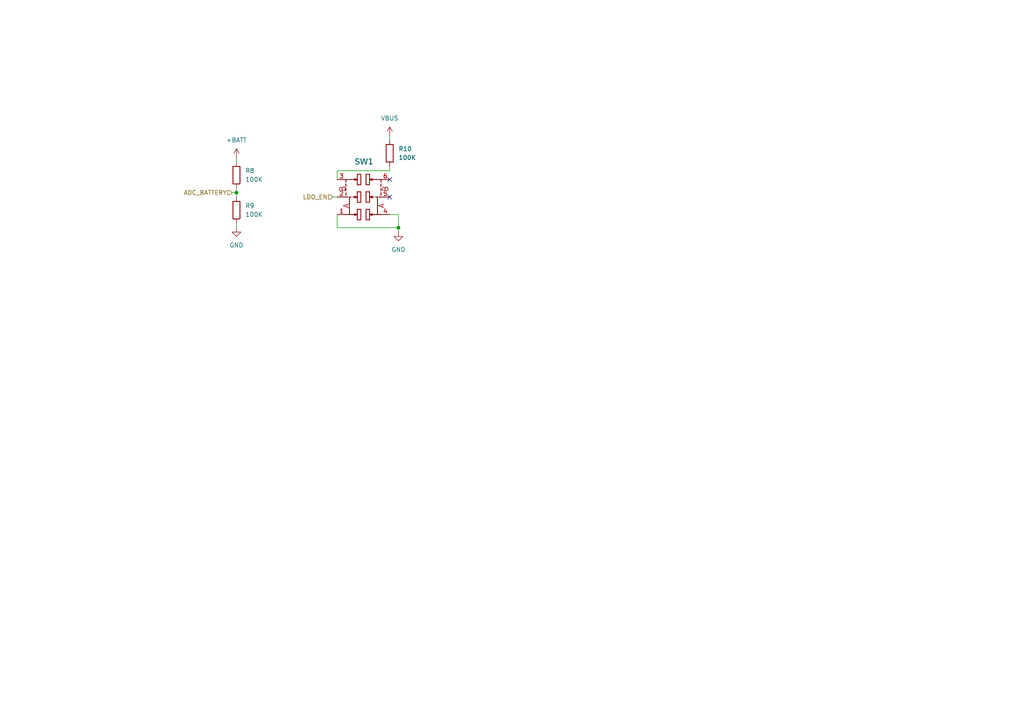
<source format=kicad_sch>
(kicad_sch (version 20250114) (generator "eeschema") (generator_version "9.0")
  (paper "A4")
  (lib_symbols
    (symbol "Device:R" (pin_numbers (hide yes)) (pin_names (offset 0))
      (property "Reference" "R" (at 2.032 0 90))
      (property "Value" "R" (at 0 0 90))
      (symbol "R_0_1"
        (rectangle (start -1.016 -2.54) (end 1.016 2.54) (stroke (width 0.254)))
      )
      (symbol "R_1_1"
        (pin passive line (at 0 3.81 270) (length 1.27) (name "~") (number "1"))
        (pin passive line (at 0 -3.81 90) (length 1.27) (name "~") (number "2"))
      )
    )
    (symbol "MST22D18G2_125:MST22D18G2_125"
      (property "Reference" "SW1" (at 10.16 -0.1521 90))
      (symbol "MST22D18G2_125_0_0"
        (rectangle (start -6.604 1.778) (end -3.556 0.762) (stroke (width 0.254)))
        (rectangle (start -6.604 -0.762) (end -3.556 -1.778) (stroke (width 0.254)))
        (polyline (pts (xy -5.08 4.064) (xy -5.08 5.08)) (stroke (width 0.254)))
        (polyline (pts (xy -5.08 3.048) (xy -5.08 4.064) (xy 0 4.064)) (stroke (width 0.254)))
        (polyline (pts (xy -5.08 3.048) (xy -5.08 1.778) (xy -5.334 2.54)) (stroke (width 0.254)))
        (polyline (pts (xy -5.08 1.778) (xy -4.826 2.54)) (stroke (width 0.254)))
        (polyline (pts (xy -5.08 -1.778) (xy -4.826 -2.54)) (stroke (width 0.254)))
        (polyline (pts (xy -5.08 -3.048) (xy -5.08 -1.778) (xy -5.334 -2.54)) (stroke (width 0.254)))
        (polyline (pts (xy -5.08 -3.048) (xy -5.08 -4.064) (xy 0 -4.064)) (stroke (width 0.254)))
        (polyline (pts (xy -5.08 -4.064) (xy -5.08 -5.08)) (stroke (width 0.254)))
        (rectangle (start -1.524 1.778) (end 1.524 0.762) (stroke (width 0.254)))
        (rectangle (start -1.524 -0.762) (end 1.524 -1.778) (stroke (width 0.254)))
        (polyline (pts (xy 0 4.572) (xy 0 5.08)) (stroke (width 0.254)))
        (polyline (pts (xy 0 3.556) (xy 0 4.064)) (stroke (width 0.254)))
        (polyline (pts (xy 0 3.048) (xy 0 1.778) (xy -0.254 2.54)) (stroke (width 0.254)))
        (polyline (pts (xy 0 1.778) (xy 0.254 2.54)) (stroke (width 0.254)))
        (polyline (pts (xy 0 -1.778) (xy 0.254 -2.54)) (stroke (width 0.254)))
        (polyline (pts (xy 0 -3.048) (xy 0 -1.778) (xy -0.254 -2.54)) (stroke (width 0.254)))
        (polyline (pts (xy 0 -3.556) (xy 0 -4.064)) (stroke (width 0.254)))
        (polyline (pts (xy 0 -4.572) (xy 0 -5.08)) (stroke (width 0.254)))
        (polyline (pts (xy 0.508 5.08) (xy 1.27 5.08)) (stroke (width 0.254)))
        (polyline (pts (xy 0.508 -5.08) (xy 1.27 -5.08)) (stroke (width 0.254)))
        (polyline (pts (xy 1.778 5.08) (xy 2.54 5.08)) (stroke (width 0.254)))
        (polyline (pts (xy 1.778 -5.08) (xy 2.54 -5.08)) (stroke (width 0.254)))
        (polyline (pts (xy 3.048 5.08) (xy 3.81 5.08)) (stroke (width 0.254)))
        (polyline (pts (xy 3.048 -5.08) (xy 3.81 -5.08)) (stroke (width 0.254)))
        (rectangle (start 3.556 1.778) (end 6.604 0.762) (stroke (width 0.254)))
        (rectangle (start 3.556 -0.762) (end 6.604 -1.778) (stroke (width 0.254)))
        (polyline (pts (xy 4.318 5.08) (xy 5.08 5.08)) (stroke (width 0.254)))
        (polyline (pts (xy 4.318 -5.08) (xy 5.08 -5.08)) (stroke (width 0.254)))
        (polyline (pts (xy 5.08 4.826) (xy 5.08 4.318)) (stroke (width 0.254)))
        (polyline (pts (xy 5.08 4.064) (xy 5.08 3.302)) (stroke (width 0.254)))
        (polyline (pts (xy 5.08 3.048) (xy 5.08 1.778) (xy 4.826 2.54)) (stroke (width 0.254)))
        (polyline (pts (xy 5.08 1.778) (xy 5.334 2.54)) (stroke (width 0.254)))
        (polyline (pts (xy 5.08 -1.778) (xy 5.334 -2.54)) (stroke (width 0.254)))
        (polyline (pts (xy 5.08 -3.048) (xy 5.08 -1.778) (xy 4.826 -2.54)) (stroke (width 0.254)))
        (polyline (pts (xy 5.08 -4.064) (xy 5.08 -3.302)) (stroke (width 0.254)))
        (polyline (pts (xy 5.08 -4.826) (xy 5.08 -4.318)) (stroke (width 0.254)))
        (text "A" (at -3.302 5.9372 0) (effects (font (size 1.5684 1.5684)) (justify left top)))
        (text "A" (at -3.302 -4.2736 0) (effects (font (size 1.5684 1.5684)) (justify left top)))
        (text "B" (at 1.524 6.9532 0) (effects (font (size 1.5684 1.5684)) (justify left top)))
        (text "B" (at 1.524 -5.4674 0) (effects (font (size 1.5684 1.5684)) (justify left top)))
        (pin unspecified line (at -5.08 7.62 270) (length 2.54) (name "1") (number "1"))
        (pin unspecified line (at -5.08 -7.62 90) (length 2.54) (name "4") (number "4"))
        (pin unspecified line (at 0 7.62 270) (length 2.54) (name "2") (number "2"))
        (pin unspecified line (at 0 -7.62 90) (length 2.54) (name "5") (number "5"))
        (pin unspecified line (at 5.08 7.62 270) (length 2.54) (name "3") (number "3"))
        (pin unspecified line (at 5.08 -7.62 90) (length 2.54) (name "6") (number "6"))
      )
    )
    (symbol "power:+BATT" (power) (pin_numbers (hide yes)) (pin_names (offset 0) (hide yes))
      (property "Value" "+BATT" (at 0 3.556 0))
      (symbol "+BATT_0_1"
        (polyline (pts (xy -0.762 1.27) (xy 0 2.54)))
        (polyline (pts (xy 0 2.54) (xy 0.762 1.27)))
        (polyline (pts (xy 0 0) (xy 0 2.54)))
      )
      (symbol "+BATT_1_1"
        (pin power_in line (at 0 0 90) (length 0) (name "~") (number "1"))
      )
    )
    (symbol "power:GND" (power) (pin_numbers (hide yes)) (pin_names (offset 0) (hide yes))
      (property "Value" "GND" (at 0 -3.81 0))
      (symbol "GND_0_1"
        (polyline (pts (xy 0 0) (xy 0 -1.27) (xy 1.27 -1.27) (xy 0 -2.54) (xy -1.27 -1.27) (xy 0 -1.27)))
      )
      (symbol "GND_1_1"
        (pin power_in line (at 0 0 270) (length 0) (name "~") (number "1"))
      )
    )
    (symbol "power:VBUS" (power) (pin_numbers (hide yes)) (pin_names (offset 0) (hide yes))
      (property "Value" "VBUS" (at 0 3.556 0))
      (symbol "VBUS_0_1"
        (polyline (pts (xy -0.762 1.27) (xy 0 2.54)))
        (polyline (pts (xy 0 2.54) (xy 0.762 1.27)))
        (polyline (pts (xy 0 0) (xy 0 2.54)))
      )
      (symbol "VBUS_1_1"
        (pin power_in line (at 0 0 90) (length 0) (name "~") (number "1"))
      )
    )
  )
  (junction (at 115.57 66.04))
  (junction (at 68.58 55.88))
  (no_connect (at 113.03 52.07))
  (no_connect (at 113.03 57.15))
  (wire (pts (xy 113.03 48.26) (xy 113.03 49.53)))
  (wire (pts (xy 68.58 54.61) (xy 68.58 55.88)))
  (wire (pts (xy 68.58 55.88) (xy 68.58 57.15)))
  (wire (pts (xy 68.58 45.72) (xy 68.58 46.99)))
  (wire (pts (xy 113.03 62.23) (xy 115.57 62.23)))
  (wire (pts (xy 97.79 52.07) (xy 97.79 49.53)))
  (wire (pts (xy 113.03 40.64) (xy 113.03 39.37)))
  (wire (pts (xy 68.58 64.77) (xy 68.58 66.04)))
  (wire (pts (xy 96.52 57.15) (xy 97.79 57.15)))
  (wire (pts (xy 67.31 55.88) (xy 68.58 55.88)))
  (wire (pts (xy 115.57 67.31) (xy 115.57 66.04)))
  (wire (pts (xy 115.57 62.23) (xy 115.57 66.04)))
  (wire (pts (xy 97.79 62.23) (xy 97.79 66.04)))
  (wire (pts (xy 97.79 66.04) (xy 115.57 66.04)))
  (wire (pts (xy 97.79 49.53) (xy 113.03 49.53)))
  (hierarchical_label "LDO_EN" (shape input) (at 96.52 57.15 180))
  (hierarchical_label "ADC_BATTERY" (shape input) (at 67.31 55.88 180))
  (symbol (lib_id "power:GND") (at 115.57 67.31 0) (unit 1)
    (property "Reference" "#PWR012" (effects (hide yes)))
    (property "Value" "GND" (at 115.57 72.39 0))
    (property "Description" "Power symbol creates a global label with name \"GND\" , ground" (effects (hide yes)))
  )
  (symbol (lib_id "power:+BATT") (at 68.58 45.72 0) (unit 1)
    (property "Reference" "#PWR09" (effects (hide yes)))
    (property "Value" "+BATT" (at 68.58 40.64 0))
    (property "Description" "Power symbol creates a global label with name \"+BATT\"" (effects (hide yes)))
  )
  (symbol (lib_id "Device:R") (at 68.58 60.96 180) (unit 1)
    (property "Reference" "R9" (at 71.12 59.6899 0) (effects (justify right)))
    (property "Value" "100K" (at 71.12 62.2299 0) (effects (justify right)))
    (property "Description" "Resistor" (effects (hide yes)))
  )
  (symbol (lib_id "power:VBUS") (at 113.03 39.37 0) (unit 1)
    (property "Reference" "#PWR011" (effects (hide yes)))
    (property "Value" "VBUS" (at 113.03 34.29 0))
    (property "Description" "Power symbol creates a global label with name \"VBUS\"" (effects (hide yes)))
  )
  (symbol (lib_id "MST22D18G2_125:MST22D18G2_125") (at 105.41 57.15 90) (unit 1)
    (property "Reference" "SW1" (at 105.5621 46.99 90) (effects (font (size 1.6891 1.6891))))
    (property "Value" "MST22D18G2_125" (effects (hide yes)))
    (property "Footprint" "SlideSwitchSMDTop:SW-SMD_MST22D18G2" (effects (hide yes)))
    (property "Datasheet" "https://wmsc.lcsc.com/wmsc/upload/file/pdf/v2/lcsc/2110190930_SHOU-HAN-MST22D18G2-125_C2906280.pdf" (effects (hide yes)))
    (property "LCSC Part #" "C2906280" (effects (hide yes)))
    (property "LCSC Link" "https://www.lcsc.com/product-detail/Slide-Switches_SHOU-HAN-MST22D18G2-125_C2906280.html" (effects (hide yes)))
    (property "MFR.Part #" "MST22D18G2 125" (effects (hide yes)))
    (property "Manufacturer" "SHOU HAN" (effects (hide yes)))
    (property "Package" "SMD-SW" (effects (hide yes)))
    (property "JLCA Type" "Extended" (effects (hide yes)))
  )
  (symbol (lib_id "power:GND") (at 68.58 66.04 0) (unit 1)
    (property "Reference" "#PWR010" (effects (hide yes)))
    (property "Value" "GND" (at 68.58 71.12 0))
    (property "Description" "Power symbol creates a global label with name \"GND\" , ground" (effects (hide yes)))
  )
  (symbol (lib_id "Device:R") (at 113.03 44.45 0) (unit 1)
    (property "Reference" "R10" (at 115.57 43.1799 0) (effects (justify left)))
    (property "Value" "100K" (at 115.57 45.7199 0) (effects (justify left)))
    (property "Description" "Resistor" (effects (hide yes)))
  )
  (symbol (lib_id "Device:R") (at 68.58 50.8 0) (unit 1)
    (property "Reference" "R8" (at 71.12 49.5299 0) (effects (justify left)))
    (property "Value" "100K" (at 71.12 52.0699 0) (effects (justify left)))
    (property "Description" "Resistor" (effects (hide yes)))
  )
)
</source>
